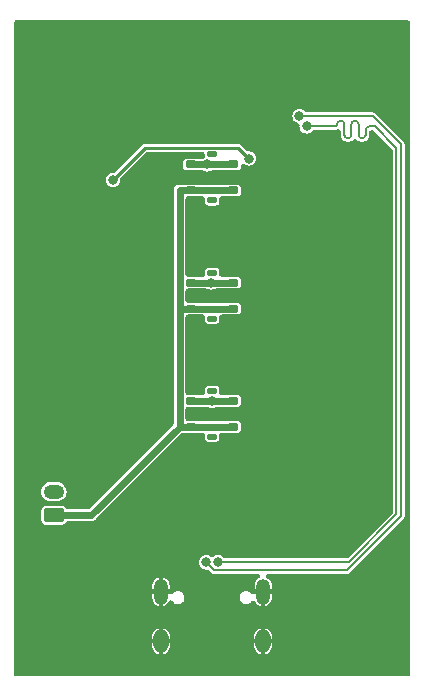
<source format=gbr>
%TF.GenerationSoftware,KiCad,Pcbnew,7.0.5*%
%TF.CreationDate,2023-08-28T21:54:47+01:00*%
%TF.ProjectId,Rapid Remote,52617069-6420-4526-956d-6f74652e6b69,C*%
%TF.SameCoordinates,PX8044ea0PY76ec560*%
%TF.FileFunction,Copper,L2,Bot*%
%TF.FilePolarity,Positive*%
%FSLAX46Y46*%
G04 Gerber Fmt 4.6, Leading zero omitted, Abs format (unit mm)*
G04 Created by KiCad (PCBNEW 7.0.5) date 2023-08-28 21:54:47*
%MOMM*%
%LPD*%
G01*
G04 APERTURE LIST*
G04 Aperture macros list*
%AMRoundRect*
0 Rectangle with rounded corners*
0 $1 Rounding radius*
0 $2 $3 $4 $5 $6 $7 $8 $9 X,Y pos of 4 corners*
0 Add a 4 corners polygon primitive as box body*
4,1,4,$2,$3,$4,$5,$6,$7,$8,$9,$2,$3,0*
0 Add four circle primitives for the rounded corners*
1,1,$1+$1,$2,$3*
1,1,$1+$1,$4,$5*
1,1,$1+$1,$6,$7*
1,1,$1+$1,$8,$9*
0 Add four rect primitives between the rounded corners*
20,1,$1+$1,$2,$3,$4,$5,0*
20,1,$1+$1,$4,$5,$6,$7,0*
20,1,$1+$1,$6,$7,$8,$9,0*
20,1,$1+$1,$8,$9,$2,$3,0*%
G04 Aperture macros list end*
%TA.AperFunction,ComponentPad*%
%ADD10O,1.200000X2.200000*%
%TD*%
%TA.AperFunction,ComponentPad*%
%ADD11O,1.300000X2.000000*%
%TD*%
%TA.AperFunction,ComponentPad*%
%ADD12RoundRect,0.250000X0.625000X-0.350000X0.625000X0.350000X-0.625000X0.350000X-0.625000X-0.350000X0*%
%TD*%
%TA.AperFunction,ComponentPad*%
%ADD13O,1.750000X1.200000*%
%TD*%
%TA.AperFunction,SMDPad,CuDef*%
%ADD14RoundRect,0.112500X0.287500X0.112500X-0.287500X0.112500X-0.287500X-0.112500X0.287500X-0.112500X0*%
%TD*%
%TA.AperFunction,SMDPad,CuDef*%
%ADD15RoundRect,0.127000X0.323000X0.173000X-0.323000X0.173000X-0.323000X-0.173000X0.323000X-0.173000X0*%
%TD*%
%TA.AperFunction,ViaPad*%
%ADD16C,0.800000*%
%TD*%
%TA.AperFunction,Conductor*%
%ADD17C,0.200000*%
%TD*%
%TA.AperFunction,Conductor*%
%ADD18C,0.250000*%
%TD*%
%TA.AperFunction,Conductor*%
%ADD19C,0.600000*%
%TD*%
G04 APERTURE END LIST*
D10*
%TO.P,USB-C1,0,SHELL*%
%TO.N,GND*%
X21420000Y7430000D03*
X12780000Y7430000D03*
D11*
X21420000Y3250000D03*
X12780000Y3250000D03*
%TD*%
D12*
%TO.P,J1,1,Pin_1*%
%TO.N,+3V8*%
X3700000Y13900000D03*
D13*
%TO.P,J1,2,Pin_2*%
%TO.N,Net-(J1-Pin_2)*%
X3700000Y15900000D03*
%TD*%
D14*
%TO.P,s6,P$5*%
%TO.N,N/C*%
X17100000Y34450000D03*
%TO.P,s6,P$6*%
X17100000Y30550000D03*
D15*
%TO.P,s6,P1,1*%
%TO.N,Net-(s6-1)*%
X18900000Y33600000D03*
%TO.P,s6,P2,2*%
X15300000Y33600000D03*
%TO.P,s6,P3,3*%
%TO.N,+3V8*%
X18900000Y31400000D03*
%TO.P,s6,P4,4*%
X15300000Y31400000D03*
%TD*%
D14*
%TO.P,s8,P$5*%
%TO.N,N/C*%
X17100000Y44450000D03*
%TO.P,s8,P$6*%
X17100000Y40550000D03*
D15*
%TO.P,s8,P1,1*%
%TO.N,Net-(s8-1)*%
X18900000Y43600000D03*
%TO.P,s8,P2,2*%
X15300000Y43600000D03*
%TO.P,s8,P3,3*%
%TO.N,+3V8*%
X18900000Y41400000D03*
%TO.P,s8,P4,4*%
X15300000Y41400000D03*
%TD*%
D14*
%TO.P,s4,P$5*%
%TO.N,N/C*%
X17100000Y24450000D03*
%TO.P,s4,P$6*%
X17100000Y20550000D03*
D15*
%TO.P,s4,P1,1*%
%TO.N,Net-(s4-1)*%
X18900000Y23600000D03*
%TO.P,s4,P2,2*%
X15300000Y23600000D03*
%TO.P,s4,P3,3*%
%TO.N,+3V8*%
X18900000Y21400000D03*
%TO.P,s4,P4,4*%
X15300000Y21400000D03*
%TD*%
D16*
%TO.N,+3V3*%
X8700000Y42300000D03*
X20224500Y44100000D03*
%TO.N,GND*%
X17500000Y37700000D03*
X16600000Y37700000D03*
X15500000Y37700000D03*
X7400000Y52100000D03*
%TO.N,Net-(s8-1)*%
X16700000Y43600000D03*
%TO.N,Net-(s6-1)*%
X17000000Y33600000D03*
%TO.N,Net-(s4-1)*%
X17100000Y23600000D03*
%TO.N,USB_D-*%
X17598000Y9947800D03*
X25100000Y46817572D03*
%TO.N,USB_D+*%
X24500000Y47700000D03*
X16599266Y9908615D03*
%TD*%
D17*
%TO.N,USB_D-*%
X28682114Y9947800D02*
X17598000Y9947800D01*
X32700000Y13965686D02*
X28682114Y9947800D01*
X32700000Y45000000D02*
X32700000Y13965686D01*
X30882428Y46817572D02*
X32700000Y45000000D01*
X30400000Y46817572D02*
X30882428Y46817572D01*
X30100000Y46117572D02*
X30100000Y46517572D01*
X29125000Y47267572D02*
X29275000Y47267572D01*
X28900000Y46817572D02*
X28900000Y47042572D01*
X28900000Y46117572D02*
X28900000Y46817572D01*
X28300000Y46817572D02*
X28300000Y46117572D01*
X28300000Y47042572D02*
X28300000Y46817572D01*
X25100000Y46817572D02*
X27475000Y46817572D01*
X30400000Y46817600D02*
G75*
G03*
X30100000Y46517572I0J-300000D01*
G01*
X29800000Y45817600D02*
G75*
G03*
X30100000Y46117572I0J300000D01*
G01*
X29499972Y46117572D02*
G75*
G03*
X29800000Y45817572I300028J28D01*
G01*
X29499972Y47042572D02*
G75*
G03*
X29275000Y47267572I-224972J28D01*
G01*
X29125000Y47267600D02*
G75*
G03*
X28900000Y47042572I0J-225000D01*
G01*
X28600000Y45817600D02*
G75*
G03*
X28900000Y46117572I0J300000D01*
G01*
X28299972Y46117572D02*
G75*
G03*
X28600000Y45817572I300028J28D01*
G01*
X27925000Y47267572D02*
X28075000Y47267572D01*
X29500000Y46517572D02*
X29500000Y46117572D01*
X28299972Y47042572D02*
G75*
G03*
X28075000Y47267572I-224972J28D01*
G01*
X27925000Y47267600D02*
G75*
G03*
X27700000Y47042572I0J-225000D01*
G01*
X27475000Y46817600D02*
G75*
G03*
X27700000Y47042572I0J225000D01*
G01*
X29500000Y47042572D02*
X29500000Y46517572D01*
D18*
%TO.N,+3V3*%
X11400000Y45000000D02*
X8700000Y42300000D01*
X19324500Y45000000D02*
X11400000Y45000000D01*
X20224500Y44100000D02*
X19324500Y45000000D01*
D19*
%TO.N,+3V8*%
X14350000Y31500000D02*
X14350000Y21400000D01*
%TO.N,Net-(s8-1)*%
X15300000Y43600000D02*
X16700000Y43600000D01*
X16700000Y43600000D02*
X18900000Y43600000D01*
%TO.N,Net-(s6-1)*%
X17000000Y33600000D02*
X15300000Y33600000D01*
X18900000Y33600000D02*
X17000000Y33600000D01*
%TO.N,Net-(s4-1)*%
X15300000Y23600000D02*
X17100000Y23600000D01*
X17100000Y23600000D02*
X18900000Y23600000D01*
D17*
%TO.N,USB_D+*%
X16599266Y9908615D02*
X17260081Y9247800D01*
X30700000Y47700000D02*
X24500000Y47700000D01*
X28547800Y9247800D02*
X33100000Y13800000D01*
X33100000Y13800000D02*
X33100000Y45300000D01*
X17260081Y9247800D02*
X28547800Y9247800D01*
X33100000Y45300000D02*
X30700000Y47700000D01*
D18*
%TO.N,+3V8*%
X14450000Y31400000D02*
X14350000Y31500000D01*
D19*
X6850000Y13900000D02*
X3700000Y13900000D01*
X14350000Y21400000D02*
X6850000Y13900000D01*
X18900000Y41400000D02*
X15300000Y41400000D01*
X18900000Y21400000D02*
X15300000Y21400000D01*
X15300000Y31400000D02*
X14450000Y31400000D01*
X14350000Y41400000D02*
X14350000Y31500000D01*
X15300000Y41400000D02*
X14350000Y41400000D01*
X15300000Y31400000D02*
X18900000Y31400000D01*
X14350000Y21400000D02*
X15300000Y21400000D01*
%TD*%
%TA.AperFunction,Conductor*%
%TO.N,GND*%
G36*
X33786843Y55779793D02*
G01*
X33856084Y55724574D01*
X33894511Y55644782D01*
X33899500Y55600500D01*
X33899500Y499500D01*
X33879793Y413157D01*
X33824574Y343916D01*
X33744782Y305489D01*
X33700500Y300500D01*
X499500Y300500D01*
X413157Y320207D01*
X343916Y375426D01*
X305489Y455218D01*
X300500Y499500D01*
X300500Y2856361D01*
X12003000Y2856361D01*
X12017686Y2726010D01*
X12075517Y2560739D01*
X12168674Y2412483D01*
X12168674Y2412482D01*
X12292481Y2288675D01*
X12440739Y2195517D01*
X12579999Y2146789D01*
X12580000Y2146789D01*
X12580000Y2602975D01*
X12654852Y2564835D01*
X12780000Y2545014D01*
X12905148Y2564835D01*
X12980000Y2602975D01*
X12980000Y2146789D01*
X13119259Y2195517D01*
X13119260Y2195517D01*
X13267517Y2288675D01*
X13267518Y2288675D01*
X13391325Y2412482D01*
X13391325Y2412483D01*
X13484482Y2560739D01*
X13542313Y2726010D01*
X13557000Y2856361D01*
X20643000Y2856361D01*
X20657686Y2726010D01*
X20715517Y2560739D01*
X20808674Y2412483D01*
X20808674Y2412482D01*
X20932481Y2288675D01*
X21080739Y2195517D01*
X21219999Y2146789D01*
X21220000Y2146789D01*
X21220000Y2602975D01*
X21294852Y2564835D01*
X21420000Y2545014D01*
X21545148Y2564835D01*
X21620000Y2602975D01*
X21620000Y2146789D01*
X21759259Y2195517D01*
X21759260Y2195517D01*
X21907517Y2288675D01*
X21907518Y2288675D01*
X22031325Y2412482D01*
X22031325Y2412483D01*
X22124482Y2560739D01*
X22182313Y2726010D01*
X22197000Y2856361D01*
X22197000Y3050000D01*
X21820000Y3050000D01*
X21820000Y3450000D01*
X22197000Y3450000D01*
X22197000Y3643640D01*
X22182313Y3773991D01*
X22124482Y3939262D01*
X22031325Y4087518D01*
X22031325Y4087519D01*
X21907518Y4211326D01*
X21759260Y4304484D01*
X21620000Y4353214D01*
X21620000Y3897026D01*
X21545148Y3935165D01*
X21420000Y3954986D01*
X21294852Y3935165D01*
X21220000Y3897026D01*
X21220000Y4353214D01*
X21080739Y4304484D01*
X20932482Y4211326D01*
X20932481Y4211326D01*
X20808674Y4087519D01*
X20808674Y4087518D01*
X20715517Y3939262D01*
X20657686Y3773991D01*
X20643000Y3643640D01*
X20643000Y3450000D01*
X21020000Y3450000D01*
X21020000Y3050000D01*
X20643000Y3050000D01*
X20643000Y2856361D01*
X13557000Y2856361D01*
X13557000Y3050000D01*
X13180000Y3050000D01*
X13180000Y3450000D01*
X13557000Y3450000D01*
X13557000Y3643640D01*
X13542313Y3773991D01*
X13484482Y3939262D01*
X13391325Y4087518D01*
X13391325Y4087519D01*
X13267518Y4211326D01*
X13119260Y4304484D01*
X12980000Y4353214D01*
X12980000Y3897026D01*
X12905148Y3935165D01*
X12780000Y3954986D01*
X12654852Y3935165D01*
X12580000Y3897026D01*
X12580000Y4353214D01*
X12440739Y4304484D01*
X12292482Y4211326D01*
X12292481Y4211326D01*
X12168674Y4087519D01*
X12168674Y4087518D01*
X12075517Y3939262D01*
X12017686Y3773991D01*
X12003000Y3643640D01*
X12003000Y3450000D01*
X12380000Y3450000D01*
X12380000Y3050000D01*
X12003000Y3050000D01*
X12003000Y2856361D01*
X300500Y2856361D01*
X300500Y6887645D01*
X12053000Y6887645D01*
X12067779Y6761205D01*
X12067780Y6761202D01*
X12125904Y6601505D01*
X12219297Y6459509D01*
X12219298Y6459508D01*
X12342908Y6342888D01*
X12342910Y6342887D01*
X12490089Y6257914D01*
X12490091Y6257913D01*
X12579999Y6230996D01*
X12580000Y6230997D01*
X12580000Y6632975D01*
X12654852Y6594835D01*
X12780000Y6575014D01*
X12905148Y6594835D01*
X12980000Y6632975D01*
X12980000Y6227052D01*
X12989925Y6228802D01*
X12989927Y6228802D01*
X13145974Y6296115D01*
X13282297Y6397604D01*
X13282299Y6397605D01*
X13391530Y6527783D01*
X13391534Y6527789D01*
X13418072Y6580629D01*
X13474433Y6648943D01*
X13554854Y6686038D01*
X13643405Y6684566D01*
X13722548Y6644819D01*
X13746359Y6619149D01*
X13746738Y6619502D01*
X13756028Y6609555D01*
X13756029Y6609553D01*
X13859320Y6498956D01*
X13988618Y6420328D01*
X14134335Y6379500D01*
X14134336Y6379500D01*
X14247653Y6379500D01*
X14247658Y6379500D01*
X14359920Y6394930D01*
X14498720Y6455220D01*
X14616108Y6550722D01*
X14703377Y6674353D01*
X14754054Y6816944D01*
X14764381Y6967921D01*
X14733592Y7116085D01*
X14710998Y7159689D01*
X14663974Y7250443D01*
X14663971Y7250446D01*
X14663971Y7250447D01*
X14560680Y7361044D01*
X14431382Y7439672D01*
X14285665Y7480500D01*
X14172342Y7480500D01*
X14092154Y7469479D01*
X14060078Y7465070D01*
X14060077Y7465070D01*
X13921280Y7404781D01*
X13921277Y7404779D01*
X13803894Y7309280D01*
X13803887Y7309273D01*
X13784474Y7281770D01*
X13718581Y7222595D01*
X13633539Y7197871D01*
X13546191Y7212493D01*
X13519921Y7230000D01*
X13180000Y7230000D01*
X13180000Y7630000D01*
X13507000Y7630000D01*
X13507000Y7972340D01*
X13506999Y7972356D01*
X13492220Y8098796D01*
X13492219Y8098799D01*
X13434095Y8258496D01*
X13340702Y8400492D01*
X13340701Y8400493D01*
X13217091Y8517113D01*
X13217089Y8517114D01*
X13069914Y8602085D01*
X13069907Y8602088D01*
X12980000Y8629006D01*
X12980000Y8227026D01*
X12905148Y8265165D01*
X12780000Y8284986D01*
X12654852Y8265165D01*
X12580000Y8227026D01*
X12580000Y8632950D01*
X12579999Y8632950D01*
X12570075Y8631200D01*
X12414024Y8563885D01*
X12277702Y8462397D01*
X12277700Y8462396D01*
X12168469Y8332218D01*
X12168464Y8332211D01*
X12092193Y8180343D01*
X12053000Y8014977D01*
X12053000Y7630000D01*
X12380000Y7630000D01*
X12380000Y7230000D01*
X12053000Y7230000D01*
X12053000Y6887645D01*
X300500Y6887645D01*
X300500Y9908616D01*
X15993584Y9908616D01*
X16014222Y9751853D01*
X16014223Y9751851D01*
X16074729Y9605775D01*
X16074730Y9605772D01*
X16118831Y9548300D01*
X16170984Y9480333D01*
X16225475Y9438521D01*
X16296422Y9384080D01*
X16296425Y9384079D01*
X16442504Y9323571D01*
X16599266Y9302933D01*
X16661656Y9311147D01*
X16749831Y9302879D01*
X16825688Y9257172D01*
X16828345Y9254564D01*
X17001319Y9081590D01*
X17010375Y9071184D01*
X17016124Y9063571D01*
X17050794Y9031965D01*
X17054098Y9028811D01*
X17067284Y9015625D01*
X17067288Y9015623D01*
X17067292Y9015619D01*
X17067351Y9015578D01*
X17078162Y9007014D01*
X17099145Y8987886D01*
X17101669Y8986323D01*
X17133889Y8969341D01*
X17136599Y8968144D01*
X17136601Y8968143D01*
X17164246Y8961642D01*
X17177422Y8957561D01*
X17199765Y8948905D01*
X17203908Y8947300D01*
X17203910Y8947300D01*
X17206815Y8946757D01*
X17243002Y8942559D01*
X17245957Y8942423D01*
X17245963Y8942421D01*
X17269238Y8945668D01*
X17274095Y8946345D01*
X17287857Y8947300D01*
X20979122Y8947300D01*
X21065465Y8927593D01*
X21134706Y8872374D01*
X21173133Y8792582D01*
X21173133Y8704018D01*
X21134706Y8624226D01*
X21065465Y8569007D01*
X21057945Y8565576D01*
X21054025Y8563886D01*
X20917702Y8462397D01*
X20917700Y8462396D01*
X20808469Y8332218D01*
X20808464Y8332211D01*
X20732193Y8180343D01*
X20693000Y8014977D01*
X20693000Y7630000D01*
X21020000Y7630000D01*
X21020000Y7230000D01*
X20677201Y7230000D01*
X20644718Y7209590D01*
X20556711Y7199676D01*
X20473118Y7228928D01*
X20433559Y7261595D01*
X20414717Y7281770D01*
X20340680Y7361044D01*
X20211382Y7439672D01*
X20065665Y7480500D01*
X19952342Y7480500D01*
X19872154Y7469479D01*
X19840078Y7465070D01*
X19840077Y7465070D01*
X19701280Y7404781D01*
X19701277Y7404779D01*
X19583894Y7309280D01*
X19583892Y7309278D01*
X19496623Y7185647D01*
X19496623Y7185646D01*
X19445946Y7043058D01*
X19445945Y7043053D01*
X19435619Y6892081D01*
X19435619Y6892079D01*
X19466408Y6743915D01*
X19466408Y6743914D01*
X19466409Y6743913D01*
X19536025Y6609558D01*
X19536028Y6609555D01*
X19536029Y6609553D01*
X19639320Y6498956D01*
X19768618Y6420328D01*
X19914335Y6379500D01*
X19914336Y6379500D01*
X20027653Y6379500D01*
X20027658Y6379500D01*
X20139920Y6394930D01*
X20278720Y6455220D01*
X20396108Y6550722D01*
X20436443Y6607865D01*
X20502330Y6667035D01*
X20587372Y6691761D01*
X20674720Y6677140D01*
X20747074Y6626068D01*
X20765278Y6602455D01*
X20859293Y6459514D01*
X20859298Y6459508D01*
X20982908Y6342888D01*
X20982910Y6342887D01*
X21130089Y6257914D01*
X21130091Y6257913D01*
X21219998Y6230997D01*
X21219999Y6230997D01*
X21219999Y6632975D01*
X21294852Y6594835D01*
X21420000Y6575014D01*
X21545148Y6594835D01*
X21620000Y6632975D01*
X21620000Y6227052D01*
X21629925Y6228802D01*
X21629927Y6228802D01*
X21785974Y6296115D01*
X21922297Y6397604D01*
X21922299Y6397605D01*
X22031530Y6527783D01*
X22031535Y6527790D01*
X22107806Y6679658D01*
X22146999Y6845024D01*
X22147000Y6845029D01*
X22147000Y7230000D01*
X21820000Y7230000D01*
X21820000Y7630000D01*
X22147000Y7630000D01*
X22147000Y7972340D01*
X22146999Y7972356D01*
X22132220Y8098796D01*
X22132219Y8098799D01*
X22074095Y8258496D01*
X21980702Y8400492D01*
X21980701Y8400493D01*
X21857091Y8517113D01*
X21857089Y8517114D01*
X21755162Y8575961D01*
X21690240Y8636199D01*
X21657884Y8718640D01*
X21664502Y8806956D01*
X21708783Y8883654D01*
X21781957Y8933544D01*
X21854661Y8947300D01*
X28482357Y8947300D01*
X28496120Y8946345D01*
X28505559Y8945029D01*
X28505565Y8945027D01*
X28548275Y8947002D01*
X28552444Y8947194D01*
X28557039Y8947300D01*
X28575630Y8947300D01*
X28575644Y8947300D01*
X28575693Y8947310D01*
X28589399Y8948904D01*
X28617792Y8950215D01*
X28617794Y8950216D01*
X28617795Y8950216D01*
X28620669Y8950892D01*
X28655455Y8961664D01*
X28658226Y8962738D01*
X28658233Y8962739D01*
X28682383Y8977693D01*
X28694571Y8984117D01*
X28720565Y8995594D01*
X28720566Y8995596D01*
X28723021Y8997277D01*
X28751555Y9019879D01*
X28753750Y9021880D01*
X28753749Y9021880D01*
X28753752Y9021881D01*
X28770870Y9044552D01*
X28779907Y9054938D01*
X33266219Y13541250D01*
X33276618Y13550297D01*
X33284222Y13556040D01*
X33284228Y13556042D01*
X33315866Y13590749D01*
X33319026Y13594056D01*
X33324246Y13599276D01*
X33332174Y13607203D01*
X33332204Y13607248D01*
X33340775Y13618071D01*
X33359916Y13639067D01*
X33359916Y13639069D01*
X33359918Y13639070D01*
X33361473Y13641581D01*
X33378452Y13673793D01*
X33379653Y13676515D01*
X33379657Y13676519D01*
X33386160Y13704173D01*
X33390235Y13717333D01*
X33400500Y13743827D01*
X33400500Y13743835D01*
X33401044Y13746740D01*
X33405241Y13782921D01*
X33405377Y13785876D01*
X33405379Y13785881D01*
X33401455Y13814013D01*
X33400500Y13827775D01*
X33400500Y45234551D01*
X33401456Y45248316D01*
X33402772Y45257760D01*
X33402774Y45257764D01*
X33400606Y45304667D01*
X33400500Y45309261D01*
X33400500Y45327844D01*
X33400499Y45327847D01*
X33400488Y45327909D01*
X33398898Y45341614D01*
X33398592Y45348223D01*
X33397586Y45369991D01*
X33397584Y45369994D01*
X33396907Y45372875D01*
X33386140Y45407648D01*
X33385061Y45410433D01*
X33370112Y45434577D01*
X33363679Y45446780D01*
X33352206Y45472765D01*
X33352205Y45472766D01*
X33350529Y45475213D01*
X33327914Y45503763D01*
X33325916Y45505955D01*
X33303251Y45523071D01*
X33292850Y45532121D01*
X30958763Y47866208D01*
X30949705Y47876617D01*
X30943957Y47884230D01*
X30909273Y47915848D01*
X30905970Y47919001D01*
X30892797Y47932174D01*
X30892733Y47932218D01*
X30881931Y47940775D01*
X30860933Y47959916D01*
X30858437Y47961462D01*
X30826188Y47978461D01*
X30823483Y47979656D01*
X30806740Y47983594D01*
X30795836Y47986159D01*
X30782664Y47990238D01*
X30756171Y48000501D01*
X30753264Y48001044D01*
X30717081Y48005242D01*
X30714119Y48005379D01*
X30714118Y48005379D01*
X30714117Y48005379D01*
X30685989Y48001455D01*
X30672227Y48000500D01*
X25124468Y48000500D01*
X25038125Y48020207D01*
X24968884Y48075426D01*
X24966591Y48078357D01*
X24928283Y48128281D01*
X24802843Y48224536D01*
X24802840Y48224537D01*
X24656764Y48285043D01*
X24656762Y48285044D01*
X24500000Y48305682D01*
X24343237Y48285044D01*
X24343235Y48285043D01*
X24197159Y48224537D01*
X24197156Y48224536D01*
X24071718Y48128282D01*
X23975464Y48002844D01*
X23975463Y48002841D01*
X23914957Y47856765D01*
X23914956Y47856763D01*
X23894318Y47700000D01*
X23914956Y47543238D01*
X23914957Y47543236D01*
X23975463Y47397160D01*
X23975464Y47397157D01*
X24039633Y47313532D01*
X24071718Y47271718D01*
X24105425Y47245854D01*
X24197156Y47175465D01*
X24197159Y47175464D01*
X24343238Y47114956D01*
X24343246Y47114955D01*
X24355839Y47111580D01*
X24354920Y47108151D01*
X24415934Y47085524D01*
X24477387Y47021750D01*
X24505084Y46937629D01*
X24504254Y46893042D01*
X24494318Y46817573D01*
X24514956Y46660810D01*
X24514957Y46660808D01*
X24575463Y46514732D01*
X24575464Y46514729D01*
X24633194Y46439496D01*
X24671718Y46389290D01*
X24726209Y46347478D01*
X24797156Y46293037D01*
X24797159Y46293036D01*
X24943238Y46232528D01*
X25100000Y46211890D01*
X25256762Y46232528D01*
X25402841Y46293036D01*
X25402841Y46293037D01*
X25402843Y46293037D01*
X25440791Y46322156D01*
X25528282Y46389290D01*
X25566590Y46439215D01*
X25634787Y46495719D01*
X25720747Y46517037D01*
X25724468Y46517072D01*
X27507142Y46517072D01*
X27507750Y46517100D01*
X27534203Y46517100D01*
X27534205Y46517100D01*
X27649647Y46543446D01*
X27714160Y46574512D01*
X27800504Y46594218D01*
X27886846Y46574509D01*
X27956087Y46519289D01*
X27994512Y46439496D01*
X27999500Y46395218D01*
X27999500Y46199996D01*
X27999465Y46199843D01*
X27999478Y46049883D01*
X28029597Y45917968D01*
X28029602Y45917955D01*
X28088312Y45796064D01*
X28088320Y45796047D01*
X28172696Y45690256D01*
X28172697Y45690255D01*
X28172698Y45690254D01*
X28278495Y45605890D01*
X28400414Y45547181D01*
X28439428Y45538277D01*
X28532341Y45517071D01*
X28600000Y45517072D01*
X28647595Y45517072D01*
X28663482Y45517072D01*
X28663816Y45517099D01*
X28667651Y45517099D01*
X28667651Y45517100D01*
X28667656Y45517099D01*
X28799572Y45547206D01*
X28799573Y45547206D01*
X28799574Y45547207D01*
X28799576Y45547207D01*
X28921490Y45605914D01*
X29027285Y45690275D01*
X29044404Y45711741D01*
X29113645Y45766954D01*
X29199989Y45786658D01*
X29286331Y45766948D01*
X29355557Y45711744D01*
X29372692Y45690260D01*
X29372698Y45690254D01*
X29478495Y45605890D01*
X29600414Y45547181D01*
X29639428Y45538277D01*
X29732341Y45517071D01*
X29800000Y45517072D01*
X29847595Y45517072D01*
X29863482Y45517072D01*
X29863816Y45517099D01*
X29867651Y45517099D01*
X29867651Y45517100D01*
X29867656Y45517099D01*
X29999572Y45547206D01*
X29999573Y45547206D01*
X29999574Y45547207D01*
X29999576Y45547207D01*
X30121490Y45605914D01*
X30227285Y45690275D01*
X30311656Y45796062D01*
X30370374Y45917971D01*
X30400494Y46049888D01*
X30400500Y46049939D01*
X30400500Y46118062D01*
X30400506Y46180175D01*
X30400500Y46180267D01*
X30400500Y46318072D01*
X30420207Y46404415D01*
X30475426Y46473656D01*
X30555218Y46512083D01*
X30599500Y46517072D01*
X30675529Y46517072D01*
X30761872Y46497365D01*
X30816243Y46458786D01*
X32341214Y44933815D01*
X32388333Y44858827D01*
X32399500Y44793101D01*
X32399500Y14172586D01*
X32379793Y14086243D01*
X32341214Y14031872D01*
X28615929Y10306586D01*
X28540941Y10259467D01*
X28475215Y10248300D01*
X18222468Y10248300D01*
X18136125Y10268007D01*
X18066884Y10323226D01*
X18064591Y10326157D01*
X18026283Y10376081D01*
X17900843Y10472336D01*
X17900840Y10472337D01*
X17754764Y10532843D01*
X17754762Y10532844D01*
X17598000Y10553482D01*
X17441237Y10532844D01*
X17441235Y10532843D01*
X17295159Y10472337D01*
X17295157Y10472336D01*
X17194242Y10394901D01*
X17113744Y10357974D01*
X17025196Y10359631D01*
X16951956Y10394902D01*
X16902113Y10433148D01*
X16902106Y10433152D01*
X16756030Y10493658D01*
X16756028Y10493659D01*
X16599266Y10514297D01*
X16599265Y10514297D01*
X16442503Y10493659D01*
X16442501Y10493658D01*
X16296425Y10433152D01*
X16296422Y10433151D01*
X16170984Y10336897D01*
X16074730Y10211459D01*
X16074729Y10211456D01*
X16014223Y10065380D01*
X16014222Y10065378D01*
X15993584Y9908616D01*
X300500Y9908616D01*
X300500Y13495734D01*
X2624500Y13495734D01*
X2627354Y13465301D01*
X2672207Y13337118D01*
X2672208Y13337116D01*
X2672209Y13337115D01*
X2752849Y13227850D01*
X2855456Y13152124D01*
X2862118Y13147207D01*
X2990301Y13102354D01*
X3020734Y13099500D01*
X3020739Y13099500D01*
X4379261Y13099500D01*
X4379266Y13099500D01*
X4409699Y13102354D01*
X4537882Y13147207D01*
X4647150Y13227850D01*
X4714177Y13318670D01*
X4781306Y13376438D01*
X4866851Y13399361D01*
X4874293Y13399500D01*
X6774791Y13399500D01*
X6804245Y13396333D01*
X6813922Y13395641D01*
X6813925Y13395642D01*
X6813927Y13395641D01*
X6834703Y13397128D01*
X6864335Y13399246D01*
X6871436Y13399500D01*
X6885798Y13399500D01*
X6885799Y13399500D01*
X6900026Y13401547D01*
X6907060Y13402303D01*
X6957483Y13405909D01*
X6957484Y13405910D01*
X6967014Y13407983D01*
X6983112Y13412092D01*
X6992453Y13414835D01*
X6992457Y13414835D01*
X7038459Y13435845D01*
X7044947Y13438532D01*
X7092331Y13456204D01*
X7092333Y13456207D01*
X7100887Y13460877D01*
X7115154Y13469342D01*
X7123365Y13474620D01*
X7123373Y13474623D01*
X7161567Y13507720D01*
X7167083Y13512164D01*
X7178593Y13520779D01*
X7188768Y13530956D01*
X7193936Y13535768D01*
X7232143Y13568872D01*
X7232145Y13568876D01*
X7232147Y13568877D01*
X7238510Y13576221D01*
X7257083Y13599271D01*
X14499027Y20841214D01*
X14574016Y20888333D01*
X14639742Y20899500D01*
X14938625Y20899500D01*
X15264201Y20899500D01*
X16300500Y20899500D01*
X16386843Y20879793D01*
X16456084Y20824574D01*
X16494511Y20744782D01*
X16499500Y20700501D01*
X16499500Y20400824D01*
X16499501Y20400820D01*
X16505500Y20355242D01*
X16505501Y20355240D01*
X16552150Y20255201D01*
X16630201Y20177150D01*
X16730240Y20130501D01*
X16775821Y20124500D01*
X17424178Y20124501D01*
X17469760Y20130501D01*
X17569799Y20177150D01*
X17647850Y20255201D01*
X17694499Y20355240D01*
X17700500Y20400821D01*
X17700499Y20699178D01*
X17700499Y20699179D01*
X17700499Y20700499D01*
X17720206Y20786842D01*
X17775424Y20856084D01*
X17855217Y20894511D01*
X17899499Y20899500D01*
X18951835Y20899500D01*
X18951847Y20899501D01*
X19261370Y20899501D01*
X19261374Y20899501D01*
X19309071Y20905779D01*
X19413744Y20954589D01*
X19495411Y21036256D01*
X19544221Y21140929D01*
X19550500Y21188625D01*
X19550499Y21611374D01*
X19544221Y21659071D01*
X19495411Y21763744D01*
X19413744Y21845411D01*
X19413744Y21845412D01*
X19309074Y21894220D01*
X19309072Y21894221D01*
X19309071Y21894221D01*
X19261375Y21900500D01*
X19261371Y21900500D01*
X15049500Y21900500D01*
X14963157Y21920207D01*
X14893916Y21975426D01*
X14855489Y22055218D01*
X14850500Y22099500D01*
X14850500Y22900501D01*
X14870207Y22986844D01*
X14925426Y23056085D01*
X15005218Y23094512D01*
X15049494Y23099501D01*
X15258179Y23099501D01*
X15258195Y23099500D01*
X15264201Y23099500D01*
X16702206Y23099500D01*
X16788549Y23079793D01*
X16795219Y23076268D01*
X16797157Y23075465D01*
X16797159Y23075464D01*
X16943238Y23014956D01*
X17100000Y22994318D01*
X17256762Y23014956D01*
X17402841Y23075464D01*
X17402841Y23075465D01*
X17414892Y23080456D01*
X17415809Y23078242D01*
X17482922Y23098943D01*
X17497794Y23099500D01*
X18951835Y23099500D01*
X18951847Y23099501D01*
X19261370Y23099501D01*
X19261374Y23099501D01*
X19309071Y23105779D01*
X19413744Y23154589D01*
X19495411Y23236256D01*
X19544221Y23340929D01*
X19550500Y23388625D01*
X19550499Y23811374D01*
X19544221Y23859071D01*
X19495411Y23963744D01*
X19413744Y24045411D01*
X19413744Y24045412D01*
X19309074Y24094220D01*
X19309072Y24094221D01*
X19309071Y24094221D01*
X19261375Y24100500D01*
X19261371Y24100500D01*
X17899500Y24100500D01*
X17813157Y24120207D01*
X17743916Y24175426D01*
X17705489Y24255218D01*
X17700500Y24299499D01*
X17700499Y24599177D01*
X17700499Y24599179D01*
X17694499Y24644760D01*
X17647850Y24744799D01*
X17569799Y24822850D01*
X17569798Y24822851D01*
X17469758Y24869500D01*
X17424182Y24875500D01*
X16775823Y24875500D01*
X16775819Y24875499D01*
X16730241Y24869500D01*
X16730239Y24869499D01*
X16630200Y24822850D01*
X16552149Y24744799D01*
X16505500Y24644759D01*
X16499500Y24599184D01*
X16499500Y24599183D01*
X16499501Y24299501D01*
X16479794Y24213158D01*
X16424576Y24143916D01*
X16344783Y24105489D01*
X16300501Y24100500D01*
X15049500Y24100500D01*
X14963157Y24120207D01*
X14893916Y24175426D01*
X14855489Y24255218D01*
X14850500Y24299500D01*
X14850500Y30700500D01*
X14870207Y30786843D01*
X14925426Y30856084D01*
X15005218Y30894511D01*
X15049500Y30899500D01*
X15264201Y30899500D01*
X16300500Y30899500D01*
X16386843Y30879793D01*
X16456084Y30824574D01*
X16494511Y30744782D01*
X16499500Y30700501D01*
X16499500Y30400824D01*
X16499501Y30400820D01*
X16505500Y30355242D01*
X16505501Y30355240D01*
X16552150Y30255201D01*
X16630201Y30177150D01*
X16730240Y30130501D01*
X16775821Y30124500D01*
X17424178Y30124501D01*
X17469760Y30130501D01*
X17569799Y30177150D01*
X17647850Y30255201D01*
X17694499Y30355240D01*
X17700500Y30400821D01*
X17700499Y30699178D01*
X17700499Y30699179D01*
X17700499Y30700499D01*
X17720206Y30786842D01*
X17775424Y30856084D01*
X17855217Y30894511D01*
X17899499Y30899500D01*
X18951835Y30899500D01*
X18951847Y30899501D01*
X19261370Y30899501D01*
X19261374Y30899501D01*
X19309071Y30905779D01*
X19413744Y30954589D01*
X19495411Y31036256D01*
X19544221Y31140929D01*
X19550500Y31188625D01*
X19550499Y31611374D01*
X19544221Y31659071D01*
X19495411Y31763744D01*
X19413744Y31845411D01*
X19413743Y31845412D01*
X19309074Y31894220D01*
X19309072Y31894221D01*
X19309071Y31894221D01*
X19261375Y31900500D01*
X19261371Y31900500D01*
X15049500Y31900500D01*
X14963157Y31920207D01*
X14893916Y31975426D01*
X14855489Y32055218D01*
X14850500Y32099500D01*
X14850500Y32900501D01*
X14870207Y32986844D01*
X14925426Y33056085D01*
X15005218Y33094512D01*
X15049494Y33099501D01*
X15258179Y33099501D01*
X15258195Y33099500D01*
X15264201Y33099500D01*
X16602206Y33099500D01*
X16688549Y33079793D01*
X16695219Y33076268D01*
X16697157Y33075465D01*
X16697159Y33075464D01*
X16843238Y33014956D01*
X17000000Y32994318D01*
X17156762Y33014956D01*
X17302841Y33075464D01*
X17302841Y33075465D01*
X17314892Y33080456D01*
X17315809Y33078242D01*
X17382922Y33098943D01*
X17397794Y33099500D01*
X18951835Y33099500D01*
X18951847Y33099501D01*
X19261370Y33099501D01*
X19261374Y33099501D01*
X19309071Y33105779D01*
X19413744Y33154589D01*
X19495411Y33236256D01*
X19544221Y33340929D01*
X19550500Y33388625D01*
X19550499Y33811374D01*
X19544221Y33859071D01*
X19495411Y33963744D01*
X19413744Y34045411D01*
X19413743Y34045412D01*
X19309074Y34094220D01*
X19309072Y34094221D01*
X19309071Y34094221D01*
X19261375Y34100500D01*
X19261371Y34100500D01*
X17899500Y34100500D01*
X17813157Y34120207D01*
X17743916Y34175426D01*
X17705489Y34255218D01*
X17700500Y34299499D01*
X17700499Y34599177D01*
X17700499Y34599179D01*
X17694499Y34644760D01*
X17647850Y34744799D01*
X17569799Y34822850D01*
X17569798Y34822851D01*
X17469758Y34869500D01*
X17424182Y34875500D01*
X16775823Y34875500D01*
X16775819Y34875499D01*
X16730241Y34869500D01*
X16730239Y34869499D01*
X16630200Y34822850D01*
X16552149Y34744799D01*
X16505500Y34644759D01*
X16499500Y34599184D01*
X16499500Y34599183D01*
X16499501Y34299501D01*
X16479794Y34213158D01*
X16424576Y34143916D01*
X16344783Y34105489D01*
X16300501Y34100500D01*
X15049500Y34100500D01*
X14963157Y34120207D01*
X14893916Y34175426D01*
X14855489Y34255218D01*
X14850500Y34299500D01*
X14850500Y40700500D01*
X14870207Y40786843D01*
X14925426Y40856084D01*
X15005218Y40894511D01*
X15049500Y40899500D01*
X15264201Y40899500D01*
X16300500Y40899500D01*
X16386843Y40879793D01*
X16456084Y40824574D01*
X16494511Y40744782D01*
X16499500Y40700501D01*
X16499500Y40400824D01*
X16499501Y40400820D01*
X16505500Y40355242D01*
X16505501Y40355240D01*
X16552150Y40255201D01*
X16630201Y40177150D01*
X16730240Y40130501D01*
X16775821Y40124500D01*
X17424178Y40124501D01*
X17469760Y40130501D01*
X17569799Y40177150D01*
X17647850Y40255201D01*
X17694499Y40355240D01*
X17700500Y40400821D01*
X17700499Y40699178D01*
X17700499Y40699179D01*
X17700499Y40700499D01*
X17720206Y40786842D01*
X17775424Y40856084D01*
X17855217Y40894511D01*
X17899499Y40899500D01*
X18951835Y40899500D01*
X18951847Y40899501D01*
X19261370Y40899501D01*
X19261374Y40899501D01*
X19309071Y40905779D01*
X19413744Y40954589D01*
X19495411Y41036256D01*
X19544221Y41140929D01*
X19550500Y41188625D01*
X19550499Y41611374D01*
X19544221Y41659071D01*
X19495411Y41763744D01*
X19413744Y41845411D01*
X19369306Y41866133D01*
X19309074Y41894220D01*
X19309072Y41894221D01*
X19309071Y41894221D01*
X19261375Y41900500D01*
X18935802Y41900500D01*
X18935799Y41900500D01*
X15335799Y41900500D01*
X14421961Y41900500D01*
X14278039Y41900500D01*
X14278034Y41900500D01*
X14256988Y41894321D01*
X14229267Y41888290D01*
X14207546Y41885166D01*
X14207542Y41885165D01*
X14187582Y41876050D01*
X14160993Y41866133D01*
X14139942Y41859952D01*
X14121479Y41848087D01*
X14096576Y41834489D01*
X14076630Y41825380D01*
X14076622Y41825374D01*
X14060049Y41811014D01*
X14037326Y41794004D01*
X14018877Y41782148D01*
X14018871Y41782143D01*
X14004500Y41765559D01*
X13984441Y41745500D01*
X13967857Y41731129D01*
X13967852Y41731123D01*
X13955996Y41712674D01*
X13938986Y41689951D01*
X13924626Y41673378D01*
X13924620Y41673370D01*
X13915511Y41653424D01*
X13901913Y41628521D01*
X13890048Y41610058D01*
X13883867Y41589007D01*
X13873950Y41562418D01*
X13864835Y41542458D01*
X13864834Y41542454D01*
X13861710Y41520733D01*
X13855679Y41493012D01*
X13849500Y41471966D01*
X13849500Y21689743D01*
X13829793Y21603400D01*
X13791214Y21549029D01*
X6700972Y14458786D01*
X6625984Y14411667D01*
X6560258Y14400500D01*
X4874293Y14400500D01*
X4787950Y14420207D01*
X4718709Y14475426D01*
X4714177Y14481331D01*
X4647149Y14572151D01*
X4537885Y14652791D01*
X4537884Y14652792D01*
X4537882Y14652793D01*
X4409699Y14697646D01*
X4379266Y14700500D01*
X3020734Y14700500D01*
X2990301Y14697646D01*
X2862118Y14652793D01*
X2862116Y14652792D01*
X2862114Y14652791D01*
X2752849Y14572151D01*
X2672209Y14462886D01*
X2672208Y14462884D01*
X2672207Y14462882D01*
X2627354Y14334699D01*
X2624500Y14304266D01*
X2624500Y13495734D01*
X300500Y13495734D01*
X300500Y15900000D01*
X2619435Y15900000D01*
X2639632Y15720745D01*
X2639632Y15720743D01*
X2639633Y15720742D01*
X2699210Y15550480D01*
X2699210Y15550479D01*
X2795187Y15397734D01*
X2922733Y15270188D01*
X2922735Y15270187D01*
X2922738Y15270184D01*
X3075478Y15174211D01*
X3245745Y15114632D01*
X3380046Y15099500D01*
X3380048Y15099500D01*
X4019952Y15099500D01*
X4019954Y15099500D01*
X4154255Y15114632D01*
X4324522Y15174211D01*
X4477262Y15270184D01*
X4604816Y15397738D01*
X4700789Y15550478D01*
X4760368Y15720745D01*
X4780565Y15900000D01*
X4760368Y16079255D01*
X4700789Y16249522D01*
X4604816Y16402262D01*
X4604813Y16402265D01*
X4604812Y16402267D01*
X4477266Y16529813D01*
X4477263Y16529815D01*
X4477262Y16529816D01*
X4324522Y16625789D01*
X4324521Y16625790D01*
X4324520Y16625790D01*
X4154258Y16685367D01*
X4154257Y16685368D01*
X4154255Y16685368D01*
X4019954Y16700500D01*
X3380046Y16700500D01*
X3245745Y16685368D01*
X3245742Y16685368D01*
X3245741Y16685367D01*
X3075479Y16625790D01*
X3075478Y16625790D01*
X2922733Y16529813D01*
X2795187Y16402267D01*
X2699210Y16249522D01*
X2699210Y16249521D01*
X2639633Y16079259D01*
X2639632Y16079255D01*
X2619435Y15900000D01*
X300500Y15900000D01*
X300500Y42300001D01*
X8094318Y42300001D01*
X8114956Y42143238D01*
X8114957Y42143236D01*
X8175463Y41997160D01*
X8175464Y41997157D01*
X8239633Y41913532D01*
X8271718Y41871718D01*
X8312533Y41840400D01*
X8397156Y41775465D01*
X8397159Y41775464D01*
X8543238Y41714956D01*
X8700000Y41694318D01*
X8856762Y41714956D01*
X9002841Y41775464D01*
X9002841Y41775465D01*
X9002843Y41775465D01*
X9031976Y41797821D01*
X9128282Y41871718D01*
X9202179Y41968024D01*
X9224535Y41997157D01*
X9224536Y41997160D01*
X9285044Y42143238D01*
X9305682Y42300000D01*
X9301580Y42331149D01*
X9309848Y42419326D01*
X9355556Y42495183D01*
X9358109Y42497785D01*
X11476539Y44616214D01*
X11551529Y44663333D01*
X11617254Y44674500D01*
X16300500Y44674500D01*
X16386843Y44654793D01*
X16456084Y44599574D01*
X16494511Y44519782D01*
X16499500Y44475501D01*
X16499501Y44299501D01*
X16479794Y44213158D01*
X16424576Y44143916D01*
X16344784Y44105490D01*
X16300501Y44100500D01*
X14938629Y44100500D01*
X14938621Y44100499D01*
X14890932Y44094222D01*
X14890926Y44094220D01*
X14786257Y44045412D01*
X14786254Y44045410D01*
X14704589Y43963745D01*
X14655780Y43859075D01*
X14649500Y43811372D01*
X14649500Y43388629D01*
X14649501Y43388626D01*
X14655779Y43340929D01*
X14704589Y43236256D01*
X14786256Y43154589D01*
X14890929Y43105779D01*
X14938625Y43099500D01*
X15258178Y43099501D01*
X15258194Y43099500D01*
X15264201Y43099500D01*
X16302206Y43099500D01*
X16388549Y43079793D01*
X16395219Y43076268D01*
X16397157Y43075465D01*
X16397159Y43075464D01*
X16543238Y43014956D01*
X16700000Y42994318D01*
X16856762Y43014956D01*
X17002841Y43075464D01*
X17002841Y43075465D01*
X17014892Y43080456D01*
X17015809Y43078242D01*
X17082922Y43098943D01*
X17097794Y43099500D01*
X18951835Y43099500D01*
X18951847Y43099501D01*
X19261370Y43099501D01*
X19261374Y43099501D01*
X19309071Y43105779D01*
X19413744Y43154589D01*
X19495411Y43236256D01*
X19544221Y43340929D01*
X19550500Y43388625D01*
X19550499Y43456733D01*
X19570205Y43543072D01*
X19625422Y43612315D01*
X19705215Y43650742D01*
X19793778Y43650743D01*
X19870642Y43614610D01*
X19921657Y43575465D01*
X19921659Y43575464D01*
X20067738Y43514956D01*
X20224500Y43494318D01*
X20381262Y43514956D01*
X20527341Y43575464D01*
X20527341Y43575465D01*
X20527343Y43575465D01*
X20578357Y43614610D01*
X20652782Y43671718D01*
X20726679Y43768024D01*
X20749035Y43797157D01*
X20749036Y43797160D01*
X20754924Y43811375D01*
X20809544Y43943238D01*
X20830182Y44100000D01*
X20809544Y44256762D01*
X20749036Y44402841D01*
X20749035Y44402844D01*
X20693282Y44475501D01*
X20652782Y44528282D01*
X20609046Y44561842D01*
X20527343Y44624536D01*
X20527340Y44624537D01*
X20381264Y44685043D01*
X20381262Y44685044D01*
X20381262Y44685045D01*
X20224500Y44705682D01*
X20224498Y44705682D01*
X20224497Y44705682D01*
X20193347Y44701581D01*
X20105171Y44709851D01*
X20029315Y44755560D01*
X20026661Y44758165D01*
X19567786Y45217040D01*
X19561928Y45223432D01*
X19536955Y45253194D01*
X19536953Y45253195D01*
X19503318Y45272615D01*
X19495995Y45277281D01*
X19464186Y45299553D01*
X19451102Y45305654D01*
X19437546Y45310589D01*
X19399311Y45317331D01*
X19390836Y45319210D01*
X19353309Y45329265D01*
X19314612Y45325879D01*
X19305936Y45325500D01*
X11418564Y45325500D01*
X11409888Y45325879D01*
X11371191Y45329265D01*
X11371190Y45329265D01*
X11333665Y45319210D01*
X11325190Y45317331D01*
X11286954Y45310589D01*
X11273396Y45305654D01*
X11260312Y45299553D01*
X11228503Y45277280D01*
X11221184Y45272617D01*
X11187544Y45253195D01*
X11162573Y45223436D01*
X11156708Y45217036D01*
X8897837Y42958165D01*
X8822849Y42911046D01*
X8734842Y42901130D01*
X8731168Y42901579D01*
X8700000Y42905682D01*
X8543237Y42885044D01*
X8543235Y42885043D01*
X8397159Y42824537D01*
X8397156Y42824536D01*
X8271718Y42728282D01*
X8175464Y42602844D01*
X8175463Y42602841D01*
X8114957Y42456765D01*
X8114956Y42456763D01*
X8094318Y42300001D01*
X300500Y42300001D01*
X300500Y55600500D01*
X320207Y55686843D01*
X375426Y55756084D01*
X455218Y55794511D01*
X499500Y55799500D01*
X33700500Y55799500D01*
X33786843Y55779793D01*
G37*
%TD.AperFunction*%
%TD*%
M02*

</source>
